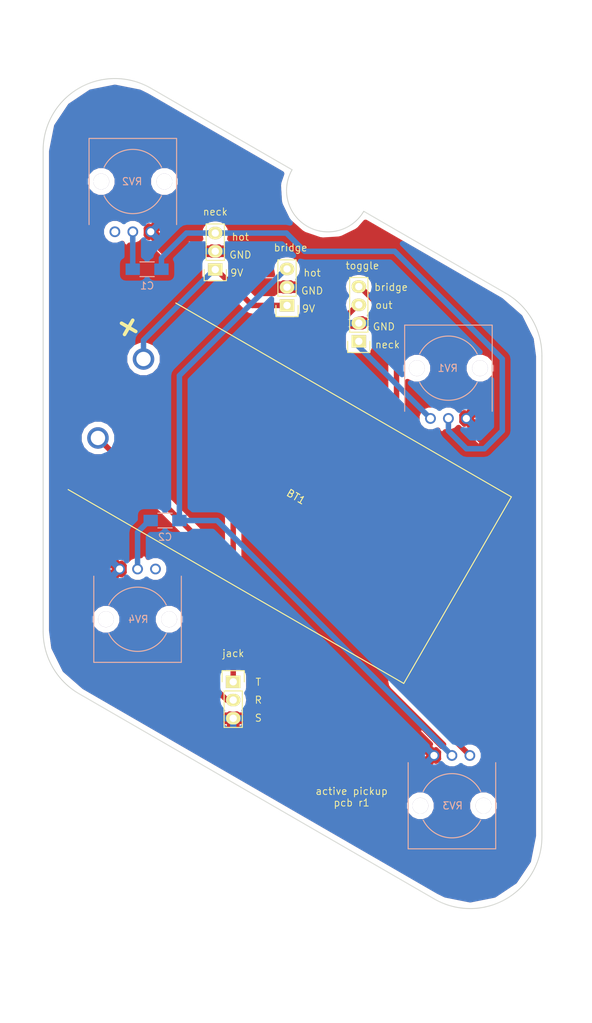
<source format=kicad_pcb>
(kicad_pcb (version 4) (host pcbnew "(2015-12-01 BZR 82, Git 6f5a49b)-brewed_product")

  (general
    (links 19)
    (no_connects 0)
    (area 72.5 27.5 155.000001 170.000001)
    (thickness 1.6)
    (drawings 36)
    (tracks 53)
    (zones 0)
    (modules 11)
    (nets 13)
  )

  (page A4)
  (layers
    (0 F.Cu signal)
    (31 B.Cu signal)
    (32 B.Adhes user)
    (33 F.Adhes user)
    (34 B.Paste user)
    (35 F.Paste user)
    (36 B.SilkS user)
    (37 F.SilkS user)
    (38 B.Mask user)
    (39 F.Mask user)
    (40 Dwgs.User user)
    (41 Cmts.User user)
    (42 Eco1.User user)
    (43 Eco2.User user)
    (44 Edge.Cuts user)
    (45 Margin user)
    (46 B.CrtYd user)
    (47 F.CrtYd user)
    (48 B.Fab user)
    (49 F.Fab user)
  )

  (setup
    (last_trace_width 0.762)
    (user_trace_width 0.1524)
    (user_trace_width 0.2)
    (user_trace_width 0.25)
    (user_trace_width 0.3)
    (user_trace_width 0.4)
    (user_trace_width 0.5)
    (user_trace_width 0.6)
    (user_trace_width 0.8)
    (trace_clearance 0.508)
    (zone_clearance 0.1524)
    (zone_45_only yes)
    (trace_min 0.1524)
    (segment_width 0.127)
    (edge_width 0.127)
    (via_size 0.6096)
    (via_drill 0.3302)
    (via_min_size 0.6096)
    (via_min_drill 0.3302)
    (uvia_size 0.6096)
    (uvia_drill 0.3302)
    (uvias_allowed no)
    (uvia_min_size 0.6096)
    (uvia_min_drill 0.3302)
    (pcb_text_width 0.127)
    (pcb_text_size 0.6 0.6)
    (mod_edge_width 0.127)
    (mod_text_size 0.6 0.6)
    (mod_text_width 0.127)
    (pad_size 1.524 1.524)
    (pad_drill 0.762)
    (pad_to_mask_clearance 0.05)
    (pad_to_paste_clearance -0.04)
    (aux_axis_origin 0 0)
    (visible_elements FFFFFF7F)
    (pcbplotparams
      (layerselection 0x010e0_80000001)
      (usegerberextensions true)
      (usegerberattributes true)
      (excludeedgelayer true)
      (linewidth 0.127000)
      (plotframeref false)
      (viasonmask false)
      (mode 1)
      (useauxorigin false)
      (hpglpennumber 1)
      (hpglpenspeed 20)
      (hpglpendiameter 15)
      (hpglpenoverlay 2)
      (psnegative false)
      (psa4output false)
      (plotreference true)
      (plotvalue true)
      (plotinvisibletext false)
      (padsonsilk false)
      (subtractmaskfromsilk false)
      (outputformat 1)
      (mirror false)
      (drillshape 0)
      (scaleselection 1)
      (outputdirectory CAM/))
  )

  (net 0 "")
  (net 1 /+9V)
  (net 2 /PGND)
  (net 3 "Net-(C1-Pad1)")
  (net 4 /N_SIGNAL)
  (net 5 "Net-(C2-Pad1)")
  (net 6 /B_SIGNAL)
  (net 7 GND)
  (net 8 /SIGNAL_OUT)
  (net 9 "Net-(RV1-Pad3)")
  (net 10 "Net-(RV2-Pad3)")
  (net 11 "Net-(RV3-Pad3)")
  (net 12 "Net-(RV4-Pad3)")

  (net_class Default "This is the standaard class."
    (clearance 0.508)
    (trace_width 0.762)
    (via_dia 0.6096)
    (via_drill 0.3302)
    (uvia_dia 0.6096)
    (uvia_drill 0.3302)
    (add_net /+9V)
    (add_net /B_SIGNAL)
    (add_net /N_SIGNAL)
    (add_net /PGND)
    (add_net /SIGNAL_OUT)
    (add_net GND)
    (add_net "Net-(C1-Pad1)")
    (add_net "Net-(C2-Pad1)")
    (add_net "Net-(RV1-Pad3)")
    (add_net "Net-(RV2-Pad3)")
    (add_net "Net-(RV3-Pad3)")
    (add_net "Net-(RV4-Pad3)")
  )

  (module august:9V-1294 (layer F.Cu) (tedit 56726E45) (tstamp 56727C72)
    (at 92.5 77.5 330)
    (path /566FE194)
    (fp_text reference BT1 (at 28 6 330) (layer F.SilkS)
      (effects (font (size 1 1) (thickness 0.15)))
    )
    (fp_text value 9V (at 27 8 330) (layer F.Fab) hide
      (effects (font (size 1 1) (thickness 0.15)))
    )
    (fp_text user + (at -4 -3 330) (layer F.SilkS)
      (effects (font (size 3 3) (thickness 0.5)))
    )
    (fp_line (start 0 -9) (end 54 -9) (layer F.SilkS) (width 0.15))
    (fp_line (start 54 -9) (end 54 21) (layer F.SilkS) (width 0.15))
    (fp_line (start 0 21) (end 54 21) (layer F.SilkS) (width 0.15))
    (pad 1 thru_hole circle (at 0 0 330) (size 3 3) (drill 2) (layers *.Cu *.Mask)
      (net 1 /+9V))
    (pad 2 thru_hole circle (at 0 12.7 330) (size 3 3) (drill 2) (layers *.Cu *.Mask)
      (net 2 /PGND))
  )

  (module Capacitors_SMD:C_1206_HandSoldering (layer B.Cu) (tedit 541A9C03) (tstamp 56727C78)
    (at 93 65)
    (descr "Capacitor SMD 1206, hand soldering")
    (tags "capacitor 1206")
    (path /5670949A)
    (attr smd)
    (fp_text reference C1 (at 0 2.3) (layer B.SilkS)
      (effects (font (size 1 1) (thickness 0.15)) (justify mirror))
    )
    (fp_text value 0.1uF (at 0 -2.3) (layer B.Fab)
      (effects (font (size 1 1) (thickness 0.15)) (justify mirror))
    )
    (fp_line (start -3.3 1.15) (end 3.3 1.15) (layer B.CrtYd) (width 0.05))
    (fp_line (start -3.3 -1.15) (end 3.3 -1.15) (layer B.CrtYd) (width 0.05))
    (fp_line (start -3.3 1.15) (end -3.3 -1.15) (layer B.CrtYd) (width 0.05))
    (fp_line (start 3.3 1.15) (end 3.3 -1.15) (layer B.CrtYd) (width 0.05))
    (fp_line (start 1 1.025) (end -1 1.025) (layer B.SilkS) (width 0.15))
    (fp_line (start -1 -1.025) (end 1 -1.025) (layer B.SilkS) (width 0.15))
    (pad 1 smd rect (at -2 0) (size 2 1.6) (layers B.Cu B.Paste B.Mask)
      (net 3 "Net-(C1-Pad1)"))
    (pad 2 smd rect (at 2 0) (size 2 1.6) (layers B.Cu B.Paste B.Mask)
      (net 4 /N_SIGNAL))
    (model Capacitors_SMD.3dshapes/C_1206_HandSoldering.wrl
      (at (xyz 0 0 0))
      (scale (xyz 1 1 1))
      (rotate (xyz 0 0 0))
    )
  )

  (module Capacitors_SMD:C_1206_HandSoldering (layer B.Cu) (tedit 541A9C03) (tstamp 56727C7E)
    (at 95.5 100)
    (descr "Capacitor SMD 1206, hand soldering")
    (tags "capacitor 1206")
    (path /56709750)
    (attr smd)
    (fp_text reference C2 (at 0 2.3) (layer B.SilkS)
      (effects (font (size 1 1) (thickness 0.15)) (justify mirror))
    )
    (fp_text value 0.1uF (at 0 -2.3) (layer B.Fab)
      (effects (font (size 1 1) (thickness 0.15)) (justify mirror))
    )
    (fp_line (start -3.3 1.15) (end 3.3 1.15) (layer B.CrtYd) (width 0.05))
    (fp_line (start -3.3 -1.15) (end 3.3 -1.15) (layer B.CrtYd) (width 0.05))
    (fp_line (start -3.3 1.15) (end -3.3 -1.15) (layer B.CrtYd) (width 0.05))
    (fp_line (start 3.3 1.15) (end 3.3 -1.15) (layer B.CrtYd) (width 0.05))
    (fp_line (start 1 1.025) (end -1 1.025) (layer B.SilkS) (width 0.15))
    (fp_line (start -1 -1.025) (end 1 -1.025) (layer B.SilkS) (width 0.15))
    (pad 1 smd rect (at -2 0) (size 2 1.6) (layers B.Cu B.Paste B.Mask)
      (net 5 "Net-(C2-Pad1)"))
    (pad 2 smd rect (at 2 0) (size 2 1.6) (layers B.Cu B.Paste B.Mask)
      (net 6 /B_SIGNAL))
    (model Capacitors_SMD.3dshapes/C_1206_HandSoldering.wrl
      (at (xyz 0 0 0))
      (scale (xyz 1 1 1))
      (rotate (xyz 0 0 0))
    )
  )

  (module Pin_Headers:Pin_Header_Straight_1x03 (layer F.Cu) (tedit 56728B0C) (tstamp 56727C85)
    (at 102.5 65.04 180)
    (descr "Through hole pin header")
    (tags "pin header")
    (path /566FDD96)
    (fp_text reference P1 (at 0 -2.96 180) (layer F.SilkS) hide
      (effects (font (size 1 1) (thickness 0.15)))
    )
    (fp_text value "Neck Pickup" (at 0 -3.1 180) (layer F.Fab) hide
      (effects (font (size 1 1) (thickness 0.15)))
    )
    (fp_line (start -1.75 -1.75) (end -1.75 6.85) (layer F.CrtYd) (width 0.05))
    (fp_line (start 1.75 -1.75) (end 1.75 6.85) (layer F.CrtYd) (width 0.05))
    (fp_line (start -1.75 -1.75) (end 1.75 -1.75) (layer F.CrtYd) (width 0.05))
    (fp_line (start -1.75 6.85) (end 1.75 6.85) (layer F.CrtYd) (width 0.05))
    (fp_line (start -1.27 1.27) (end -1.27 6.35) (layer F.SilkS) (width 0.15))
    (fp_line (start -1.27 6.35) (end 1.27 6.35) (layer F.SilkS) (width 0.15))
    (fp_line (start 1.27 6.35) (end 1.27 1.27) (layer F.SilkS) (width 0.15))
    (fp_line (start 1.55 -1.55) (end 1.55 0) (layer F.SilkS) (width 0.15))
    (fp_line (start 1.27 1.27) (end -1.27 1.27) (layer F.SilkS) (width 0.15))
    (fp_line (start -1.55 0) (end -1.55 -1.55) (layer F.SilkS) (width 0.15))
    (fp_line (start -1.55 -1.55) (end 1.55 -1.55) (layer F.SilkS) (width 0.15))
    (pad 1 thru_hole rect (at 0 0 180) (size 2.032 1.7272) (drill 1.016) (layers *.Cu *.Mask F.SilkS)
      (net 1 /+9V))
    (pad 2 thru_hole oval (at 0 2.54 180) (size 2.032 1.7272) (drill 1.016) (layers *.Cu *.Mask F.SilkS)
      (net 7 GND))
    (pad 3 thru_hole oval (at 0 5.08 180) (size 2.032 1.7272) (drill 1.016) (layers *.Cu *.Mask F.SilkS)
      (net 4 /N_SIGNAL))
    (model Pin_Headers.3dshapes/Pin_Header_Straight_1x03.wrl
      (at (xyz 0 -0.1 0))
      (scale (xyz 1 1 1))
      (rotate (xyz 0 0 90))
    )
  )

  (module Pin_Headers:Pin_Header_Straight_1x03 (layer F.Cu) (tedit 56728B09) (tstamp 56727C8C)
    (at 112.5 70.04 180)
    (descr "Through hole pin header")
    (tags "pin header")
    (path /566FDDFC)
    (fp_text reference P2 (at 0 -2.96 180) (layer F.SilkS) hide
      (effects (font (size 1 1) (thickness 0.15)))
    )
    (fp_text value "Bridge Pickup" (at 0 -3.1 180) (layer F.Fab) hide
      (effects (font (size 1 1) (thickness 0.15)))
    )
    (fp_line (start -1.75 -1.75) (end -1.75 6.85) (layer F.CrtYd) (width 0.05))
    (fp_line (start 1.75 -1.75) (end 1.75 6.85) (layer F.CrtYd) (width 0.05))
    (fp_line (start -1.75 -1.75) (end 1.75 -1.75) (layer F.CrtYd) (width 0.05))
    (fp_line (start -1.75 6.85) (end 1.75 6.85) (layer F.CrtYd) (width 0.05))
    (fp_line (start -1.27 1.27) (end -1.27 6.35) (layer F.SilkS) (width 0.15))
    (fp_line (start -1.27 6.35) (end 1.27 6.35) (layer F.SilkS) (width 0.15))
    (fp_line (start 1.27 6.35) (end 1.27 1.27) (layer F.SilkS) (width 0.15))
    (fp_line (start 1.55 -1.55) (end 1.55 0) (layer F.SilkS) (width 0.15))
    (fp_line (start 1.27 1.27) (end -1.27 1.27) (layer F.SilkS) (width 0.15))
    (fp_line (start -1.55 0) (end -1.55 -1.55) (layer F.SilkS) (width 0.15))
    (fp_line (start -1.55 -1.55) (end 1.55 -1.55) (layer F.SilkS) (width 0.15))
    (pad 1 thru_hole rect (at 0 0 180) (size 2.032 1.7272) (drill 1.016) (layers *.Cu *.Mask F.SilkS)
      (net 1 /+9V))
    (pad 2 thru_hole oval (at 0 2.54 180) (size 2.032 1.7272) (drill 1.016) (layers *.Cu *.Mask F.SilkS)
      (net 7 GND))
    (pad 3 thru_hole oval (at 0 5.08 180) (size 2.032 1.7272) (drill 1.016) (layers *.Cu *.Mask F.SilkS)
      (net 6 /B_SIGNAL))
    (model Pin_Headers.3dshapes/Pin_Header_Straight_1x03.wrl
      (at (xyz 0 -0.1 0))
      (scale (xyz 1 1 1))
      (rotate (xyz 0 0 90))
    )
  )

  (module Pin_Headers:Pin_Header_Straight_1x03 (layer F.Cu) (tedit 56728BC2) (tstamp 56727C93)
    (at 105 122.46)
    (descr "Through hole pin header")
    (tags "pin header")
    (path /566FDEB6)
    (fp_text reference P3 (at 0 -2.96) (layer F.SilkS) hide
      (effects (font (size 1 1) (thickness 0.15)))
    )
    (fp_text value Jack (at 0 -3.1) (layer F.Fab) hide
      (effects (font (size 1 1) (thickness 0.15)))
    )
    (fp_line (start -1.75 -1.75) (end -1.75 6.85) (layer F.CrtYd) (width 0.05))
    (fp_line (start 1.75 -1.75) (end 1.75 6.85) (layer F.CrtYd) (width 0.05))
    (fp_line (start -1.75 -1.75) (end 1.75 -1.75) (layer F.CrtYd) (width 0.05))
    (fp_line (start -1.75 6.85) (end 1.75 6.85) (layer F.CrtYd) (width 0.05))
    (fp_line (start -1.27 1.27) (end -1.27 6.35) (layer F.SilkS) (width 0.15))
    (fp_line (start -1.27 6.35) (end 1.27 6.35) (layer F.SilkS) (width 0.15))
    (fp_line (start 1.27 6.35) (end 1.27 1.27) (layer F.SilkS) (width 0.15))
    (fp_line (start 1.55 -1.55) (end 1.55 0) (layer F.SilkS) (width 0.15))
    (fp_line (start 1.27 1.27) (end -1.27 1.27) (layer F.SilkS) (width 0.15))
    (fp_line (start -1.55 0) (end -1.55 -1.55) (layer F.SilkS) (width 0.15))
    (fp_line (start -1.55 -1.55) (end 1.55 -1.55) (layer F.SilkS) (width 0.15))
    (pad 1 thru_hole rect (at 0 0) (size 2.032 1.7272) (drill 1.016) (layers *.Cu *.Mask F.SilkS)
      (net 8 /SIGNAL_OUT))
    (pad 2 thru_hole oval (at 0 2.54) (size 2.032 1.7272) (drill 1.016) (layers *.Cu *.Mask F.SilkS)
      (net 2 /PGND))
    (pad 3 thru_hole oval (at 0 5.08) (size 2.032 1.7272) (drill 1.016) (layers *.Cu *.Mask F.SilkS)
      (net 7 GND))
    (model Pin_Headers.3dshapes/Pin_Header_Straight_1x03.wrl
      (at (xyz 0 -0.1 0))
      (scale (xyz 1 1 1))
      (rotate (xyz 0 0 90))
    )
  )

  (module august:Bourns-PVT09 (layer B.Cu) (tedit 56727485) (tstamp 56727CA3)
    (at 137.49 85.78 180)
    (path /566FDD78)
    (fp_text reference RV1 (at 2.6 7 180) (layer B.SilkS)
      (effects (font (size 1 1) (thickness 0.15)) (justify mirror))
    )
    (fp_text value 20k (at 2.6 10.5 180) (layer B.Fab) hide
      (effects (font (size 1 1) (thickness 0.15)) (justify mirror))
    )
    (fp_line (start 8.6 13) (end -3.6 13) (layer B.SilkS) (width 0.15))
    (fp_line (start 8.6 7) (end 8.6 13) (layer B.SilkS) (width 0.15))
    (fp_line (start 8.6 7) (end 8.6 1) (layer B.SilkS) (width 0.15))
    (fp_arc (start 2.5 7) (end 6.5 5) (angle -126.8698976) (layer B.SilkS) (width 0.15))
    (fp_arc (start 2.5 7) (end -1.5 9) (angle -126.8698976) (layer B.SilkS) (width 0.15))
    (fp_line (start -3.6 7) (end -3.6 13) (layer B.SilkS) (width 0.15))
    (fp_line (start -3.6 7) (end -3.6 1) (layer B.SilkS) (width 0.15))
    (pad 1 thru_hole circle (at 0 0 180) (size 1.5 1.5) (drill 1) (layers *.Cu *.Mask)
      (net 7 GND))
    (pad 2 thru_hole circle (at 2.5 0 180) (size 1.5 1.5) (drill 1) (layers *.Cu *.Mask)
      (net 4 /N_SIGNAL))
    (pad 3 thru_hole circle (at 5 0 180) (size 1.5 1.5) (drill 1) (layers *.Cu *.Mask)
      (net 9 "Net-(RV1-Pad3)"))
    (pad "" thru_hole circle (at -1.9 7 180) (size 2.2 2.2) (drill 2.2) (layers *.Cu *.Mask))
    (pad "" thru_hole circle (at 6.9 7 180) (size 2.2 2.2) (drill 2.2) (layers *.Cu *.Mask))
  )

  (module august:Bourns-PVT09 (layer B.Cu) (tedit 56727485) (tstamp 56727CB3)
    (at 93.51 59.78 180)
    (path /56729B8F)
    (fp_text reference RV2 (at 2.6 7 180) (layer B.SilkS)
      (effects (font (size 1 1) (thickness 0.15)) (justify mirror))
    )
    (fp_text value 20k (at 2.6 10.5 180) (layer B.Fab) hide
      (effects (font (size 1 1) (thickness 0.15)) (justify mirror))
    )
    (fp_line (start 8.6 13) (end -3.6 13) (layer B.SilkS) (width 0.15))
    (fp_line (start 8.6 7) (end 8.6 13) (layer B.SilkS) (width 0.15))
    (fp_line (start 8.6 7) (end 8.6 1) (layer B.SilkS) (width 0.15))
    (fp_arc (start 2.5 7) (end 6.5 5) (angle -126.8698976) (layer B.SilkS) (width 0.15))
    (fp_arc (start 2.5 7) (end -1.5 9) (angle -126.8698976) (layer B.SilkS) (width 0.15))
    (fp_line (start -3.6 7) (end -3.6 13) (layer B.SilkS) (width 0.15))
    (fp_line (start -3.6 7) (end -3.6 1) (layer B.SilkS) (width 0.15))
    (pad 1 thru_hole circle (at 0 0 180) (size 1.5 1.5) (drill 1) (layers *.Cu *.Mask)
      (net 7 GND))
    (pad 2 thru_hole circle (at 2.5 0 180) (size 1.5 1.5) (drill 1) (layers *.Cu *.Mask)
      (net 3 "Net-(C1-Pad1)"))
    (pad 3 thru_hole circle (at 5 0 180) (size 1.5 1.5) (drill 1) (layers *.Cu *.Mask)
      (net 10 "Net-(RV2-Pad3)"))
    (pad "" thru_hole circle (at -1.9 7 180) (size 2.2 2.2) (drill 2.2) (layers *.Cu *.Mask))
    (pad "" thru_hole circle (at 6.9 7 180) (size 2.2 2.2) (drill 2.2) (layers *.Cu *.Mask))
  )

  (module august:Bourns-PVT09 (layer B.Cu) (tedit 56727485) (tstamp 56727CC3)
    (at 132.98 132.72)
    (path /56729BEC)
    (fp_text reference RV3 (at 2.6 7) (layer B.SilkS)
      (effects (font (size 1 1) (thickness 0.15)) (justify mirror))
    )
    (fp_text value 20k (at 2.6 10.5) (layer B.Fab) hide
      (effects (font (size 1 1) (thickness 0.15)) (justify mirror))
    )
    (fp_line (start 8.6 13) (end -3.6 13) (layer B.SilkS) (width 0.15))
    (fp_line (start 8.6 7) (end 8.6 13) (layer B.SilkS) (width 0.15))
    (fp_line (start 8.6 7) (end 8.6 1) (layer B.SilkS) (width 0.15))
    (fp_arc (start 2.5 7) (end 6.5 5) (angle -126.8698976) (layer B.SilkS) (width 0.15))
    (fp_arc (start 2.5 7) (end -1.5 9) (angle -126.8698976) (layer B.SilkS) (width 0.15))
    (fp_line (start -3.6 7) (end -3.6 13) (layer B.SilkS) (width 0.15))
    (fp_line (start -3.6 7) (end -3.6 1) (layer B.SilkS) (width 0.15))
    (pad 1 thru_hole circle (at 0 0) (size 1.5 1.5) (drill 1) (layers *.Cu *.Mask)
      (net 7 GND))
    (pad 2 thru_hole circle (at 2.5 0) (size 1.5 1.5) (drill 1) (layers *.Cu *.Mask)
      (net 6 /B_SIGNAL))
    (pad 3 thru_hole circle (at 5 0) (size 1.5 1.5) (drill 1) (layers *.Cu *.Mask)
      (net 11 "Net-(RV3-Pad3)"))
    (pad "" thru_hole circle (at -1.9 7) (size 2.2 2.2) (drill 2.2) (layers *.Cu *.Mask))
    (pad "" thru_hole circle (at 6.9 7) (size 2.2 2.2) (drill 2.2) (layers *.Cu *.Mask))
  )

  (module august:Bourns-PVT09 (layer B.Cu) (tedit 56727485) (tstamp 56727CD3)
    (at 89.17 106.75)
    (path /56729C5C)
    (fp_text reference RV4 (at 2.6 7) (layer B.SilkS)
      (effects (font (size 1 1) (thickness 0.15)) (justify mirror))
    )
    (fp_text value 20k (at 2.6 10.5) (layer B.Fab) hide
      (effects (font (size 1 1) (thickness 0.15)) (justify mirror))
    )
    (fp_line (start 8.6 13) (end -3.6 13) (layer B.SilkS) (width 0.15))
    (fp_line (start 8.6 7) (end 8.6 13) (layer B.SilkS) (width 0.15))
    (fp_line (start 8.6 7) (end 8.6 1) (layer B.SilkS) (width 0.15))
    (fp_arc (start 2.5 7) (end 6.5 5) (angle -126.8698976) (layer B.SilkS) (width 0.15))
    (fp_arc (start 2.5 7) (end -1.5 9) (angle -126.8698976) (layer B.SilkS) (width 0.15))
    (fp_line (start -3.6 7) (end -3.6 13) (layer B.SilkS) (width 0.15))
    (fp_line (start -3.6 7) (end -3.6 1) (layer B.SilkS) (width 0.15))
    (pad 1 thru_hole circle (at 0 0) (size 1.5 1.5) (drill 1) (layers *.Cu *.Mask)
      (net 7 GND))
    (pad 2 thru_hole circle (at 2.5 0) (size 1.5 1.5) (drill 1) (layers *.Cu *.Mask)
      (net 5 "Net-(C2-Pad1)"))
    (pad 3 thru_hole circle (at 5 0) (size 1.5 1.5) (drill 1) (layers *.Cu *.Mask)
      (net 12 "Net-(RV4-Pad3)"))
    (pad "" thru_hole circle (at -1.9 7) (size 2.2 2.2) (drill 2.2) (layers *.Cu *.Mask))
    (pad "" thru_hole circle (at 6.9 7) (size 2.2 2.2) (drill 2.2) (layers *.Cu *.Mask))
  )

  (module Pin_Headers:Pin_Header_Straight_1x04 (layer F.Cu) (tedit 56728B14) (tstamp 56727CDB)
    (at 122.5 75.04 180)
    (descr "Through hole pin header")
    (tags "pin header")
    (path /56727731)
    (fp_text reference SW1 (at 0 -5.1 180) (layer F.SilkS) hide
      (effects (font (size 1 1) (thickness 0.15)))
    )
    (fp_text value SP3T (at 0 -3.1 180) (layer F.Fab) hide
      (effects (font (size 1 1) (thickness 0.15)))
    )
    (fp_line (start -1.75 -1.75) (end -1.75 9.4) (layer F.CrtYd) (width 0.05))
    (fp_line (start 1.75 -1.75) (end 1.75 9.4) (layer F.CrtYd) (width 0.05))
    (fp_line (start -1.75 -1.75) (end 1.75 -1.75) (layer F.CrtYd) (width 0.05))
    (fp_line (start -1.75 9.4) (end 1.75 9.4) (layer F.CrtYd) (width 0.05))
    (fp_line (start -1.27 1.27) (end -1.27 8.89) (layer F.SilkS) (width 0.15))
    (fp_line (start 1.27 1.27) (end 1.27 8.89) (layer F.SilkS) (width 0.15))
    (fp_line (start 1.55 -1.55) (end 1.55 0) (layer F.SilkS) (width 0.15))
    (fp_line (start -1.27 8.89) (end 1.27 8.89) (layer F.SilkS) (width 0.15))
    (fp_line (start 1.27 1.27) (end -1.27 1.27) (layer F.SilkS) (width 0.15))
    (fp_line (start -1.55 0) (end -1.55 -1.55) (layer F.SilkS) (width 0.15))
    (fp_line (start -1.55 -1.55) (end 1.55 -1.55) (layer F.SilkS) (width 0.15))
    (pad 1 thru_hole rect (at 0 0 180) (size 2.032 1.7272) (drill 1.016) (layers *.Cu *.Mask F.SilkS)
      (net 9 "Net-(RV1-Pad3)"))
    (pad 2 thru_hole oval (at 0 2.54 180) (size 2.032 1.7272) (drill 1.016) (layers *.Cu *.Mask F.SilkS)
      (net 7 GND))
    (pad 3 thru_hole oval (at 0 5.08 180) (size 2.032 1.7272) (drill 1.016) (layers *.Cu *.Mask F.SilkS)
      (net 8 /SIGNAL_OUT))
    (pad 4 thru_hole oval (at 0 7.62 180) (size 2.032 1.7272) (drill 1.016) (layers *.Cu *.Mask F.SilkS)
      (net 11 "Net-(RV3-Pad3)"))
    (model Pin_Headers.3dshapes/Pin_Header_Straight_1x04.wrl
      (at (xyz 0 -0.15 0))
      (scale (xyz 1 1 1))
      (rotate (xyz 0 0 90))
    )
  )

  (gr_text "active pickup\npcb r1" (at 121.5 138.5) (layer F.SilkS)
    (effects (font (size 1 1) (thickness 0.127)))
  )
  (gr_text S (at 108.5 127.5) (layer F.SilkS)
    (effects (font (size 1 1) (thickness 0.127)))
  )
  (gr_text T (at 108.5 122.5) (layer F.SilkS)
    (effects (font (size 1 1) (thickness 0.127)))
  )
  (gr_text R (at 108.5 125) (layer F.SilkS)
    (effects (font (size 1 1) (thickness 0.127)))
  )
  (gr_text jack (at 105 118.5) (layer F.SilkS)
    (effects (font (size 1 1) (thickness 0.127)))
  )
  (gr_text bridge (at 127 67.5) (layer F.SilkS) (tstamp 56728BBF)
    (effects (font (size 1 1) (thickness 0.127)))
  )
  (gr_text neck (at 126.5 75.5) (layer F.SilkS) (tstamp 56728B9E)
    (effects (font (size 1 1) (thickness 0.127)))
  )
  (gr_text out (at 126 70) (layer F.SilkS)
    (effects (font (size 1 1) (thickness 0.127)))
  )
  (gr_text GND (at 126 73) (layer F.SilkS) (tstamp 56728B62)
    (effects (font (size 1 1) (thickness 0.127)))
  )
  (gr_text toggle (at 123 64.5) (layer F.SilkS)
    (effects (font (size 1 1) (thickness 0.127)))
  )
  (gr_text bridge (at 113 62) (layer F.SilkS)
    (effects (font (size 1 1) (thickness 0.127)))
  )
  (gr_text hot (at 116 65.5) (layer F.SilkS) (tstamp 56728B0D)
    (effects (font (size 1 1) (thickness 0.127)))
  )
  (gr_text GND (at 116 68) (layer F.SilkS) (tstamp 56728B0A)
    (effects (font (size 1 1) (thickness 0.127)))
  )
  (gr_text 9V (at 115.5 70.5) (layer F.SilkS) (tstamp 56728B07)
    (effects (font (size 1 1) (thickness 0.127)))
  )
  (gr_text neck (at 102.5 57) (layer F.SilkS)
    (effects (font (size 1 1) (thickness 0.127)))
  )
  (gr_text hot (at 106 60.5) (layer F.SilkS)
    (effects (font (size 1 1) (thickness 0.127)))
  )
  (gr_text GND (at 106 63) (layer F.SilkS)
    (effects (font (size 1 1) (thickness 0.127)))
  )
  (gr_text 9V (at 105.5 65.5) (layer F.SilkS)
    (effects (font (size 1 1) (thickness 0.127)))
  )
  (gr_circle (center 91.02 52.78) (end 91.02 57.78) (layer F.Fab) (width 0.127))
  (gr_line (start 91.02 52.78) (end 83.52 39.78) (layer F.Fab) (width 0.127) (tstamp 56728531))
  (gr_circle (center 135.48 139.71) (end 140.48 139.71) (layer F.Fab) (width 0.127))
  (gr_line (start 142.98 152.71) (end 135.48 139.71) (layer F.Fab) (width 0.127))
  (gr_circle (center 91.58 113.73) (end 96.58 113.29) (layer F.Fab) (width 0.127))
  (gr_line (start 79.88 120.49) (end 91.57 113.74) (layer F.Fab) (width 0.127) (tstamp 567282D3))
  (gr_circle (center 134.999991 78.75) (end 135.009991 83.75) (layer F.Fab) (width 0.127))
  (gr_line (start 134.98 78.77) (end 146.67 72.02) (layer F.Fab) (width 0.127))
  (gr_line (start 123.19 56.93) (end 143.01 68.36) (layer Edge.Cuts) (width 0.127))
  (gr_line (start 113.2 51.14) (end 93.53 39.79) (layer Edge.Cuts) (width 0.127))
  (gr_arc (start 118.2 54.03) (end 123.19 56.93) (angle 179.9429864) (layer Edge.Cuts) (width 0.127))
  (gr_line (start 83.53 124.13) (end 132.98 152.68) (layer Edge.Cuts) (width 0.127) (tstamp 56727BB5))
  (gr_line (start 148.020535 77.043825) (end 148.020535 143.972825) (layer Edge.Cuts) (width 0.127) (tstamp 56727A05))
  (gr_arc (start 137.986094 77.043825) (end 142.986094 68.343825) (angle 60.11347306) (layer Edge.Cuts) (width 0.127) (tstamp 56727A04))
  (gr_arc (start 138.020535 144.043825) (end 148.020535 144.043825) (angle 120.17352) (layer Edge.Cuts) (width 0.127) (tstamp 56727A03))
  (gr_arc (start 88.544441 115.44) (end 83.544441 124.14) (angle 60.11347306) (layer Edge.Cuts) (width 0.127))
  (gr_arc (start 88.51 48.44) (end 78.51 48.44) (angle 120.17352) (layer Edge.Cuts) (width 0.127))
  (gr_line (start 78.51 115.44) (end 78.51 48.511) (layer Edge.Cuts) (width 0.127))

  (segment (start 126 74) (end 126 74.5) (width 0.762) (layer F.Cu) (net 0))
  (segment (start 126 74.5) (end 125.5 75) (width 0.762) (layer F.Cu) (net 0))
  (segment (start 124.72999 72.973945) (end 124.72999 72.77001) (width 0.762) (layer F.Cu) (net 0))
  (segment (start 124.72999 72.77001) (end 125 72.5) (width 0.762) (layer F.Cu) (net 0))
  (segment (start 125 72.5) (end 125 72.703935) (width 0.762) (layer F.Cu) (net 0))
  (segment (start 125 72.703935) (end 124.72999 72.973945) (width 0.762) (layer F.Cu) (net 0))
  (segment (start 124.72999 72.973945) (end 124.72999 74.526055) (width 0.762) (layer F.Cu) (net 0))
  (segment (start 126 74) (end 126 73.5) (width 0.762) (layer F.Cu) (net 0))
  (segment (start 92.5 77.5) (end 92.5 74.8876) (width 0.762) (layer B.Cu) (net 1))
  (segment (start 92.5 74.8876) (end 102.3476 65.04) (width 0.762) (layer B.Cu) (net 1))
  (segment (start 102.3476 65.04) (end 102.5 65.04) (width 0.762) (layer B.Cu) (net 1))
  (segment (start 102.5 65.04) (end 102.6524 65.04) (width 0.762) (layer F.Cu) (net 1))
  (segment (start 102.6524 65.04) (end 107.6524 70.04) (width 0.762) (layer F.Cu) (net 1))
  (segment (start 107.6524 70.04) (end 110.722 70.04) (width 0.762) (layer F.Cu) (net 1))
  (segment (start 110.722 70.04) (end 112.5 70.04) (width 0.762) (layer F.Cu) (net 1))
  (segment (start 102.5 123.396336) (end 102.5 104.848523) (width 0.762) (layer F.Cu) (net 2))
  (segment (start 102.5 104.848523) (end 86.15 88.498523) (width 0.762) (layer F.Cu) (net 2))
  (segment (start 105 125) (end 104.103664 125) (width 0.762) (layer F.Cu) (net 2))
  (segment (start 104.103664 125) (end 102.5 123.396336) (width 0.762) (layer F.Cu) (net 2))
  (segment (start 91 65) (end 91 59.79) (width 0.762) (layer B.Cu) (net 3))
  (segment (start 91 59.79) (end 91.01 59.78) (width 0.762) (layer B.Cu) (net 3))
  (segment (start 134.99 85.78) (end 134.99 87.49) (width 0.762) (layer B.Cu) (net 4))
  (segment (start 134.99 87.49) (end 137.5 90) (width 0.762) (layer B.Cu) (net 4))
  (segment (start 137.5 90) (end 140 90) (width 0.762) (layer B.Cu) (net 4))
  (segment (start 140 90) (end 142.5 87.5) (width 0.762) (layer B.Cu) (net 4))
  (segment (start 142.5 87.5) (end 142.5 77.5) (width 0.762) (layer B.Cu) (net 4))
  (segment (start 142.5 77.5) (end 127.5 62.5) (width 0.762) (layer B.Cu) (net 4))
  (segment (start 127.5 62.5) (end 114.949036 62.5) (width 0.762) (layer B.Cu) (net 4))
  (segment (start 112.409036 59.96) (end 102.5 59.96) (width 0.762) (layer B.Cu) (net 4))
  (segment (start 114.949036 62.5) (end 112.409036 59.96) (width 0.762) (layer B.Cu) (net 4))
  (segment (start 102.5 59.96) (end 98.478 59.96) (width 0.762) (layer B.Cu) (net 4))
  (segment (start 98.478 59.96) (end 95 63.438) (width 0.762) (layer B.Cu) (net 4))
  (segment (start 95 63.438) (end 95 65) (width 0.762) (layer B.Cu) (net 4))
  (segment (start 91.67 106.75) (end 91.67 101.63) (width 0.762) (layer B.Cu) (net 5))
  (segment (start 91.67 101.63) (end 93.3 100) (width 0.762) (layer B.Cu) (net 5))
  (segment (start 93.3 100) (end 93.5 100) (width 0.762) (layer B.Cu) (net 5))
  (segment (start 97.5 100) (end 102.76 100) (width 0.762) (layer B.Cu) (net 6))
  (segment (start 102.76 100) (end 135.48 132.72) (width 0.762) (layer B.Cu) (net 6))
  (segment (start 112.5 64.96) (end 112.3476 64.96) (width 0.762) (layer B.Cu) (net 6))
  (segment (start 112.3476 64.96) (end 97.5 79.8076) (width 0.762) (layer B.Cu) (net 6))
  (segment (start 97.5 79.8076) (end 97.5 98.438) (width 0.762) (layer B.Cu) (net 6))
  (segment (start 97.5 98.438) (end 97.5 100) (width 0.762) (layer B.Cu) (net 6))
  (segment (start 105 127.54) (end 104.8476 127.54) (width 0.762) (layer F.Cu) (net 7))
  (segment (start 112.3476 67.5) (end 112.5 67.5) (width 0.762) (layer F.Cu) (net 7))
  (segment (start 105 122.46) (end 105 87.3076) (width 0.762) (layer F.Cu) (net 8))
  (segment (start 105 87.3076) (end 122.3476 69.96) (width 0.762) (layer F.Cu) (net 8))
  (segment (start 122.3476 69.96) (end 122.5 69.96) (width 0.762) (layer F.Cu) (net 8))
  (segment (start 132.49 85.78) (end 122.5 75.79) (width 0.762) (layer B.Cu) (net 9))
  (segment (start 122.5 75.79) (end 122.5 75.04) (width 0.762) (layer B.Cu) (net 9))
  (segment (start 127.76 122.5) (end 127.76 72.5276) (width 0.762) (layer F.Cu) (net 11))
  (segment (start 127.76 72.5276) (end 122.6524 67.42) (width 0.762) (layer F.Cu) (net 11))
  (segment (start 122.6524 67.42) (end 122.5 67.42) (width 0.762) (layer F.Cu) (net 11))
  (segment (start 137.98 132.72) (end 127.76 122.5) (width 0.762) (layer F.Cu) (net 11))

  (zone (net 7) (net_name GND) (layer F.Cu) (tstamp 0) (hatch edge 0.508)
    (connect_pads (clearance 0.762))
    (min_thickness 0.762)
    (fill yes (arc_segments 16) (thermal_gap 0.508) (thermal_bridge_width 8.89))
    (polygon
      (pts
        (xy 75 27.5) (xy 155 72.5) (xy 155 165) (xy 155 170) (xy 72.5 122.5)
      )
    )
    (filled_polygon
      (pts
        (xy 91.944758 40.353353) (xy 92.982929 40.867277) (xy 111.741618 51.69143) (xy 111.338701 52.86926) (xy 111.338699 52.869263)
        (xy 111.338699 52.869266) (xy 111.338505 52.869832) (xy 111.307253 53.102961) (xy 111.275922 53.335812) (xy 111.275959 53.336408)
        (xy 111.275959 53.336411) (xy 111.27596 53.336414) (xy 111.41679 55.58332) (xy 111.416789 55.583325) (xy 111.537331 56.038384)
        (xy 112.527562 58.060906) (xy 112.527563 58.060908) (xy 112.564219 58.108962) (xy 112.813072 58.435198) (xy 112.813075 58.4352)
        (xy 114.501911 59.924818) (xy 114.501913 59.924821) (xy 114.908924 60.16136) (xy 117.039262 60.8913) (xy 117.039263 60.891301)
        (xy 117.094596 60.898746) (xy 117.505812 60.954079) (xy 117.505817 60.954078) (xy 119.75332 60.81321) (xy 119.753325 60.813211)
        (xy 120.208384 60.692669) (xy 122.230906 59.702438) (xy 122.230908 59.702437) (xy 122.465275 59.523661) (xy 122.605198 59.416928)
        (xy 122.6052 59.416925) (xy 123.442081 58.468121) (xy 142.289252 69.3371) (xy 144.96039 71.670281) (xy 146.503711 74.784265)
        (xy 146.814035 77.123505) (xy 146.814035 143.924998) (xy 146.122832 147.399905) (xy 144.221765 150.245055) (xy 141.376616 152.146122)
        (xy 138.020535 152.813689) (xy 134.585777 152.130472) (xy 133.571731 151.628491) (xy 113.715024 140.164203) (xy 128.836611 140.164203)
        (xy 129.177368 140.988898) (xy 129.807784 141.620414) (xy 130.631882 141.96261) (xy 131.524203 141.963389) (xy 132.348898 141.622632)
        (xy 132.980414 140.992216) (xy 133.32261 140.168118) (xy 133.322613 140.164203) (xy 137.636611 140.164203) (xy 137.977368 140.988898)
        (xy 138.607784 141.620414) (xy 139.431882 141.96261) (xy 140.324203 141.963389) (xy 141.148898 141.622632) (xy 141.780414 140.992216)
        (xy 142.12261 140.168118) (xy 142.123389 139.275797) (xy 141.782632 138.451102) (xy 141.152216 137.819586) (xy 140.328118 137.47739)
        (xy 139.435797 137.476611) (xy 138.611102 137.817368) (xy 137.979586 138.447784) (xy 137.63739 139.271882) (xy 137.636611 140.164203)
        (xy 133.322613 140.164203) (xy 133.323389 139.275797) (xy 132.982632 138.451102) (xy 132.352216 137.819586) (xy 131.528118 137.47739)
        (xy 130.635797 137.476611) (xy 129.811102 137.817368) (xy 129.179586 138.447784) (xy 128.83739 139.271882) (xy 128.836611 140.164203)
        (xy 113.715024 140.164203) (xy 100.79441 132.704475) (xy 131.308962 132.704475) (xy 131.430221 133.345135) (xy 131.442104 133.373822)
        (xy 131.725247 133.444423) (xy 132.44967 132.72) (xy 131.725247 131.995577) (xy 131.442104 132.066178) (xy 131.308962 132.704475)
        (xy 100.79441 132.704475) (xy 93.048208 128.232199) (xy 103.237486 128.232199) (xy 103.263007 128.251729) (xy 103.655994 128.803949)
        (xy 104.230392 129.163744) (xy 104.492 129.018056) (xy 104.492 127.9718) (xy 105.508 127.9718) (xy 105.508 129.018056)
        (xy 105.769608 129.163744) (xy 106.344006 128.803949) (xy 106.736993 128.251729) (xy 106.762514 128.232199) (xy 106.620569 127.9718)
        (xy 105.508 127.9718) (xy 104.492 127.9718) (xy 103.379431 127.9718) (xy 103.237486 128.232199) (xy 93.048208 128.232199)
        (xy 84.243944 123.14905) (xy 81.570144 120.813542) (xy 80.026824 117.69956) (xy 79.7165 115.36032) (xy 79.7165 114.194203)
        (xy 85.026611 114.194203) (xy 85.367368 115.018898) (xy 85.997784 115.650414) (xy 86.821882 115.99261) (xy 87.714203 115.993389)
        (xy 88.538898 115.652632) (xy 89.170414 115.022216) (xy 89.51261 114.198118) (xy 89.512613 114.194203) (xy 93.826611 114.194203)
        (xy 94.167368 115.018898) (xy 94.797784 115.650414) (xy 95.621882 115.99261) (xy 96.514203 115.993389) (xy 97.338898 115.652632)
        (xy 97.970414 115.022216) (xy 98.31261 114.198118) (xy 98.313389 113.305797) (xy 97.972632 112.481102) (xy 97.342216 111.849586)
        (xy 96.518118 111.50739) (xy 95.625797 111.506611) (xy 94.801102 111.847368) (xy 94.169586 112.477784) (xy 93.82739 113.301882)
        (xy 93.826611 114.194203) (xy 89.512613 114.194203) (xy 89.513389 113.305797) (xy 89.172632 112.481102) (xy 88.542216 111.849586)
        (xy 87.718118 111.50739) (xy 86.825797 111.506611) (xy 86.001102 111.847368) (xy 85.369586 112.477784) (xy 85.02739 113.301882)
        (xy 85.026611 114.194203) (xy 79.7165 114.194203) (xy 79.7165 106.734475) (xy 87.498962 106.734475) (xy 87.620221 107.375135)
        (xy 87.632104 107.403822) (xy 87.915247 107.474423) (xy 88.63967 106.75) (xy 87.915247 106.025577) (xy 87.632104 106.096178)
        (xy 87.498962 106.734475) (xy 79.7165 106.734475) (xy 79.7165 103.345987) (xy 86.826647 103.345987) (xy 88.659234 105.178574)
        (xy 88.544865 105.200221) (xy 88.516178 105.212104) (xy 88.445577 105.495247) (xy 89.17 106.21967) (xy 89.435165 105.954505)
        (xy 89.799375 106.318715) (xy 89.777329 106.371807) (xy 89.777066 106.673264) (xy 89.70033 106.75) (xy 89.776932 106.826602)
        (xy 89.776672 107.124889) (xy 89.799799 107.180861) (xy 89.435165 107.545495) (xy 89.17 107.28033) (xy 88.445577 108.004753)
        (xy 88.516178 108.287896) (xy 88.662287 108.318373) (xy 86.826647 110.154013) (xy 87.472692 110.800059) (xy 90.257887 108.014865)
        (xy 90.596302 108.353871) (xy 91.291807 108.642671) (xy 92.044889 108.643328) (xy 92.100861 108.620201) (xy 92.574013 109.093353)
        (xy 93.220059 108.447308) (xy 93.148152 108.375401) (xy 93.791807 108.642671) (xy 94.544889 108.643328) (xy 95.240897 108.355743)
        (xy 95.773871 107.823698) (xy 96.062671 107.128193) (xy 96.063328 106.375111) (xy 95.775743 105.679103) (xy 95.243698 105.146129)
        (xy 94.548193 104.857329) (xy 93.795111 104.856672) (xy 93.149189 105.123562) (xy 93.220059 105.052692) (xy 92.574013 104.406647)
        (xy 92.101285 104.879375) (xy 92.048193 104.857329) (xy 91.295111 104.856672) (xy 90.599103 105.144257) (xy 90.257758 105.485007)
        (xy 87.472692 102.699941) (xy 86.826647 103.345987) (xy 79.7165 103.345987) (xy 79.7165 89.021942) (xy 83.506543 89.021942)
        (xy 83.908068 89.993706) (xy 84.650906 90.737842) (xy 85.621968 91.141063) (xy 86.638164 91.141949) (xy 100.976 105.479785)
        (xy 100.976 123.396336) (xy 101.092008 123.979546) (xy 101.144902 124.058707) (xy 101.422369 124.473967) (xy 102.735803 125.7874)
        (xy 100.935998 125.7874) (xy 100.935998 126.6764) (xy 103.371086 126.6764) (xy 103.263007 126.828271) (xy 103.237486 126.847801)
        (xy 103.379431 127.1082) (xy 104.492 127.1082) (xy 104.492 126.94428) (xy 104.805303 127.0066) (xy 105.194697 127.0066)
        (xy 105.508 126.94428) (xy 105.508 127.1082) (xy 106.620569 127.1082) (xy 106.762514 126.847801) (xy 106.736993 126.828271)
        (xy 106.628914 126.6764) (xy 109.064002 126.6764) (xy 109.064002 125.7874) (xy 107.03552 125.7874) (xy 107.048554 125.767893)
        (xy 107.201297 125) (xy 107.048554 124.232107) (xy 106.915092 124.032368) (xy 107.089576 123.777003) (xy 107.181392 123.3236)
        (xy 107.181392 121.5964) (xy 107.101692 121.17283) (xy 106.851362 120.783806) (xy 106.524 120.560129) (xy 106.524 87.938862)
        (xy 120.210262 74.2526) (xy 120.318608 74.2526) (xy 120.318608 75.9036) (xy 120.398308 76.32717) (xy 120.648638 76.716194)
        (xy 121.030597 76.977176) (xy 121.484 77.068992) (xy 123.516 77.068992) (xy 123.93957 76.989292) (xy 124.328594 76.738962)
        (xy 124.589576 76.357003) (xy 124.619479 76.209335) (xy 124.916791 76.407992) (xy 125.5 76.524) (xy 126.083209 76.407992)
        (xy 126.236 76.305901) (xy 126.236 122.5) (xy 126.352008 123.08321) (xy 126.655642 123.537631) (xy 126.682369 123.577631)
        (xy 134.313966 131.209228) (xy 134.067758 131.455007) (xy 131.282692 128.669941) (xy 130.636647 129.315987) (xy 132.469234 131.148574)
        (xy 132.354865 131.170221) (xy 132.326178 131.182104) (xy 132.255577 131.465247) (xy 132.98 132.18967) (xy 133.245165 131.924505)
        (xy 133.609375 132.288715) (xy 133.587329 132.341807) (xy 133.587066 132.643264) (xy 133.51033 132.72) (xy 133.586932 132.796602)
        (xy 133.586672 133.094889) (xy 133.609799 133.150861) (xy 133.245165 133.515495) (xy 132.98 133.25033) (xy 132.255577 133.974753)
        (xy 132.326178 134.257896) (xy 132.472287 134.288373) (xy 130.636647 136.124013) (xy 131.282692 136.770059) (xy 134.067887 133.984865)
        (xy 134.406302 134.323871) (xy 135.101807 134.612671) (xy 135.854889 134.613328) (xy 135.910861 134.590201) (xy 136.384013 135.063353)
        (xy 137.030059 134.417308) (xy 136.958152 134.345401) (xy 137.601807 134.612671) (xy 138.354889 134.613328) (xy 139.050897 134.325743)
        (xy 139.583871 133.793698) (xy 139.872671 133.098193) (xy 139.873328 132.345111) (xy 139.585743 131.649103) (xy 139.053698 131.116129)
        (xy 138.358193 130.827329) (xy 138.242489 130.827228) (xy 129.284 121.868738) (xy 129.284 86.154889) (xy 130.596672 86.154889)
        (xy 130.884257 86.850897) (xy 131.416302 87.383871) (xy 132.111807 87.672671) (xy 132.864889 87.673328) (xy 133.510811 87.406438)
        (xy 133.439941 87.477308) (xy 134.085987 88.123353) (xy 134.558715 87.650625) (xy 134.611807 87.672671) (xy 135.364889 87.673328)
        (xy 136.060897 87.385743) (xy 136.402242 87.044993) (xy 139.187308 89.830059) (xy 139.833353 89.184013) (xy 138.000766 87.351426)
        (xy 138.115135 87.329779) (xy 138.143822 87.317896) (xy 138.214423 87.034753) (xy 137.49 86.31033) (xy 137.224835 86.575495)
        (xy 136.860625 86.211285) (xy 136.882671 86.158193) (xy 136.882934 85.856736) (xy 136.95967 85.78) (xy 138.02033 85.78)
        (xy 138.744753 86.504423) (xy 139.027896 86.433822) (xy 139.161038 85.795525) (xy 139.039779 85.154865) (xy 139.027896 85.126178)
        (xy 138.744753 85.055577) (xy 138.02033 85.78) (xy 136.95967 85.78) (xy 136.883068 85.703398) (xy 136.883328 85.405111)
        (xy 136.860201 85.349139) (xy 137.224835 84.984505) (xy 137.49 85.24967) (xy 138.214423 84.525247) (xy 138.143822 84.242104)
        (xy 137.997713 84.211627) (xy 139.833353 82.375987) (xy 139.187308 81.729941) (xy 136.402114 84.515136) (xy 136.063698 84.176129)
        (xy 135.368193 83.887329) (xy 134.615111 83.886672) (xy 134.559139 83.909799) (xy 134.085987 83.436647) (xy 133.439941 84.082692)
        (xy 133.511848 84.154599) (xy 132.868193 83.887329) (xy 132.115111 83.886672) (xy 131.419103 84.174257) (xy 130.886129 84.706302)
        (xy 130.597329 85.401807) (xy 130.596672 86.154889) (xy 129.284 86.154889) (xy 129.284 80.646571) (xy 129.317784 80.680414)
        (xy 130.141882 81.02261) (xy 131.034203 81.023389) (xy 131.858898 80.682632) (xy 132.490414 80.052216) (xy 132.83261 79.228118)
        (xy 132.832613 79.224203) (xy 137.146611 79.224203) (xy 137.487368 80.048898) (xy 138.117784 80.680414) (xy 138.941882 81.02261)
        (xy 139.834203 81.023389) (xy 140.658898 80.682632) (xy 141.290414 80.052216) (xy 141.63261 79.228118) (xy 141.633389 78.335797)
        (xy 141.292632 77.511102) (xy 140.662216 76.879586) (xy 139.838118 76.53739) (xy 138.945797 76.536611) (xy 138.121102 76.877368)
        (xy 137.489586 77.507784) (xy 137.14739 78.331882) (xy 137.146611 79.224203) (xy 132.832613 79.224203) (xy 132.833389 78.335797)
        (xy 132.492632 77.511102) (xy 131.862216 76.879586) (xy 131.038118 76.53739) (xy 130.145797 76.536611) (xy 129.321102 76.877368)
        (xy 129.284 76.914405) (xy 129.284 72.5276) (xy 129.167992 71.94439) (xy 128.837631 71.449969) (xy 124.674886 67.287224)
        (xy 124.548554 66.652107) (xy 124.113577 66.00112) (xy 123.46259 65.566143) (xy 122.694697 65.4134) (xy 122.305303 65.4134)
        (xy 121.53741 65.566143) (xy 120.886423 66.00112) (xy 120.451446 66.652107) (xy 120.298703 67.42) (xy 120.451446 68.187893)
        (xy 120.617225 68.435998) (xy 120.595 68.435998) (xy 120.595 68.977264) (xy 120.451446 69.192107) (xy 120.325114 69.827224)
        (xy 119.404938 70.7474) (xy 118.435998 70.7474) (xy 118.435998 71.6364) (xy 118.515938 71.6364) (xy 103.922369 86.229969)
        (xy 103.592008 86.72439) (xy 103.476 87.3076) (xy 103.476 103.669261) (xy 88.792576 88.985837) (xy 88.793457 87.975104)
        (xy 88.391932 87.00334) (xy 87.649094 86.259204) (xy 86.678032 85.855983) (xy 85.626581 85.855066) (xy 84.654817 86.256591)
        (xy 83.910681 86.999429) (xy 83.50746 87.970491) (xy 83.506543 89.021942) (xy 79.7165 89.021942) (xy 79.7165 78.023419)
        (xy 89.856543 78.023419) (xy 90.258068 78.995183) (xy 91.000906 79.739319) (xy 91.971968 80.14254) (xy 93.023419 80.143457)
        (xy 93.995183 79.741932) (xy 94.739319 78.999094) (xy 95.14254 78.028032) (xy 95.143457 76.976581) (xy 94.741932 76.004817)
        (xy 93.999094 75.260681) (xy 93.028032 74.85746) (xy 91.976581 74.856543) (xy 91.004817 75.258068) (xy 90.260681 76.000906)
        (xy 89.85746 76.971968) (xy 89.856543 78.023419) (xy 79.7165 78.023419) (xy 79.7165 60.154889) (xy 86.616672 60.154889)
        (xy 86.904257 60.850897) (xy 87.436302 61.383871) (xy 88.131807 61.672671) (xy 88.884889 61.673328) (xy 89.530811 61.406438)
        (xy 89.459941 61.477308) (xy 90.105987 62.123353) (xy 90.578715 61.650625) (xy 90.631807 61.672671) (xy 91.384889 61.673328)
        (xy 92.080897 61.385743) (xy 92.422242 61.044993) (xy 95.207308 63.830059) (xy 95.673766 63.3636) (xy 98.435998 63.3636)
        (xy 98.435998 64.2526) (xy 100.318608 64.2526) (xy 100.318608 65.9036) (xy 100.398308 66.32717) (xy 100.648638 66.716194)
        (xy 101.030597 66.977176) (xy 101.484 67.068992) (xy 102.52613 67.068992) (xy 106.574769 71.117631) (xy 107.069191 71.447993)
        (xy 107.6524 71.564001) (xy 107.652405 71.564) (xy 110.550704 71.564) (xy 110.648638 71.716194) (xy 111.030597 71.977176)
        (xy 111.484 72.068992) (xy 113.516 72.068992) (xy 113.93957 71.989292) (xy 114.328594 71.738962) (xy 114.589576 71.357003)
        (xy 114.681392 70.9036) (xy 114.681392 69.2526) (xy 116.564002 69.2526) (xy 116.564002 68.3636) (xy 114.351061 68.3636)
        (xy 114.201593 68.261473) (xy 114.236993 68.211729) (xy 114.262514 68.192199) (xy 114.120569 67.9318) (xy 113.008 67.9318)
        (xy 113.008 68.011008) (xy 111.992 68.011008) (xy 111.992 67.9318) (xy 110.879431 67.9318) (xy 110.737486 68.192199)
        (xy 110.763007 68.211729) (xy 110.797354 68.259993) (xy 110.671406 68.341038) (xy 110.65599 68.3636) (xy 108.435998 68.3636)
        (xy 108.435998 68.516) (xy 108.283662 68.516) (xy 105.515062 65.7474) (xy 108.435998 65.7474) (xy 108.435998 66.6364)
        (xy 110.871086 66.6364) (xy 110.763007 66.788271) (xy 110.737486 66.807801) (xy 110.879431 67.0682) (xy 111.992 67.0682)
        (xy 111.992 66.90428) (xy 112.305303 66.9666) (xy 112.694697 66.9666) (xy 113.008 66.90428) (xy 113.008 67.0682)
        (xy 114.120569 67.0682) (xy 114.262514 66.807801) (xy 114.236993 66.788271) (xy 114.128914 66.6364) (xy 116.564002 66.6364)
        (xy 116.564002 65.7474) (xy 114.53552 65.7474) (xy 114.548554 65.727893) (xy 114.701297 64.96) (xy 114.548554 64.192107)
        (xy 114.113577 63.54112) (xy 113.46259 63.106143) (xy 112.694697 62.9534) (xy 112.305303 62.9534) (xy 111.53741 63.106143)
        (xy 110.886423 63.54112) (xy 110.451446 64.192107) (xy 110.298703 64.96) (xy 110.451446 65.727893) (xy 110.46448 65.7474)
        (xy 108.435998 65.7474) (xy 105.515062 65.7474) (xy 104.681392 64.91373) (xy 104.681392 64.2526) (xy 106.564002 64.2526)
        (xy 106.564002 63.3636) (xy 104.351061 63.3636) (xy 104.201593 63.261473) (xy 104.236993 63.211729) (xy 104.262514 63.192199)
        (xy 104.120569 62.9318) (xy 103.008 62.9318) (xy 103.008 63.011008) (xy 101.992 63.011008) (xy 101.992 62.9318)
        (xy 100.879431 62.9318) (xy 100.737486 63.192199) (xy 100.763007 63.211729) (xy 100.797354 63.259993) (xy 100.671406 63.341038)
        (xy 100.65599 63.3636) (xy 98.435998 63.3636) (xy 95.673766 63.3636) (xy 95.853353 63.184013) (xy 94.020766 61.351426)
        (xy 94.135135 61.329779) (xy 94.163822 61.317896) (xy 94.234423 61.034753) (xy 93.94707 60.7474) (xy 98.435998 60.7474)
        (xy 98.435998 61.6364) (xy 100.871086 61.6364) (xy 100.763007 61.788271) (xy 100.737486 61.807801) (xy 100.879431 62.0682)
        (xy 101.992 62.0682) (xy 101.992 61.90428) (xy 102.305303 61.9666) (xy 102.694697 61.9666) (xy 103.008 61.90428)
        (xy 103.008 62.0682) (xy 104.120569 62.0682) (xy 104.262514 61.807801) (xy 104.236993 61.788271) (xy 104.128914 61.6364)
        (xy 106.564002 61.6364) (xy 106.564002 60.7474) (xy 104.53552 60.7474) (xy 104.548554 60.727893) (xy 104.701297 59.96)
        (xy 104.548554 59.192107) (xy 104.113577 58.54112) (xy 103.46259 58.106143) (xy 102.694697 57.9534) (xy 102.305303 57.9534)
        (xy 101.53741 58.106143) (xy 100.886423 58.54112) (xy 100.451446 59.192107) (xy 100.298703 59.96) (xy 100.451446 60.727893)
        (xy 100.46448 60.7474) (xy 98.435998 60.7474) (xy 93.94707 60.7474) (xy 93.51 60.31033) (xy 93.244835 60.575495)
        (xy 92.880625 60.211285) (xy 92.902671 60.158193) (xy 92.902934 59.856736) (xy 92.97967 59.78) (xy 94.04033 59.78)
        (xy 94.764753 60.504423) (xy 95.047896 60.433822) (xy 95.181038 59.795525) (xy 95.059779 59.154865) (xy 95.047896 59.126178)
        (xy 94.764753 59.055577) (xy 94.04033 59.78) (xy 92.97967 59.78) (xy 92.903068 59.703398) (xy 92.903328 59.405111)
        (xy 92.880201 59.349139) (xy 93.244835 58.984505) (xy 93.51 59.24967) (xy 94.234423 58.525247) (xy 94.163822 58.242104)
        (xy 94.017713 58.211627) (xy 95.853353 56.375987) (xy 95.207308 55.729941) (xy 92.422114 58.515136) (xy 92.083698 58.176129)
        (xy 91.388193 57.887329) (xy 90.635111 57.886672) (xy 90.579139 57.909799) (xy 90.105987 57.436647) (xy 89.459941 58.082692)
        (xy 89.531848 58.154599) (xy 88.888193 57.887329) (xy 88.135111 57.886672) (xy 87.439103 58.174257) (xy 86.906129 58.706302)
        (xy 86.617329 59.401807) (xy 86.616672 60.154889) (xy 79.7165 60.154889) (xy 79.7165 53.224203) (xy 84.366611 53.224203)
        (xy 84.707368 54.048898) (xy 85.337784 54.680414) (xy 86.161882 55.02261) (xy 87.054203 55.023389) (xy 87.878898 54.682632)
        (xy 88.510414 54.052216) (xy 88.85261 53.228118) (xy 88.852613 53.224203) (xy 93.166611 53.224203) (xy 93.507368 54.048898)
        (xy 94.137784 54.680414) (xy 94.961882 55.02261) (xy 95.854203 55.023389) (xy 96.678898 54.682632) (xy 97.310414 54.052216)
        (xy 97.65261 53.228118) (xy 97.653389 52.335797) (xy 97.312632 51.511102) (xy 96.682216 50.879586) (xy 95.858118 50.53739)
        (xy 94.965797 50.536611) (xy 94.141102 50.877368) (xy 93.509586 51.507784) (xy 93.16739 52.331882) (xy 93.166611 53.224203)
        (xy 88.852613 53.224203) (xy 88.853389 52.335797) (xy 88.512632 51.511102) (xy 87.882216 50.879586) (xy 87.058118 50.53739)
        (xy 86.165797 50.536611) (xy 85.341102 50.877368) (xy 84.709586 51.507784) (xy 84.36739 52.331882) (xy 84.366611 53.224203)
        (xy 79.7165 53.224203) (xy 79.7165 48.558828) (xy 80.407703 45.083919) (xy 82.30877 42.23877) (xy 85.15392 40.337703)
        (xy 88.51 39.670136)
      )
    )
    (filled_polygon
      (pts
        (xy 123.008 72.0682) (xy 123.401244 72.0682) (xy 123.321998 72.1868) (xy 123.20599 72.77001) (xy 123.20599 72.9318)
        (xy 123.008 72.9318) (xy 123.008 73.011008) (xy 121.992 73.011008) (xy 121.992 72.9318) (xy 121.531062 72.9318)
        (xy 122.496262 71.9666) (xy 122.694697 71.9666) (xy 123.008 71.90428)
      )
    )
  )
  (zone (net 7) (net_name GND) (layer B.Cu) (tstamp 0) (hatch edge 0.508)
    (connect_pads (clearance 0.762))
    (min_thickness 0.762)
    (fill yes (arc_segments 16) (thermal_gap 0.508) (thermal_bridge_width 0.889))
    (polygon
      (pts
        (xy 155 72.5) (xy 75 27.5) (xy 72.5 122.5) (xy 155 170)
      )
    )
    (filled_polygon
      (pts
        (xy 91.944758 40.353353) (xy 92.982929 40.867277) (xy 111.741618 51.69143) (xy 111.338701 52.86926) (xy 111.338699 52.869263)
        (xy 111.338699 52.869266) (xy 111.338505 52.869832) (xy 111.307253 53.102961) (xy 111.275922 53.335812) (xy 111.275959 53.336408)
        (xy 111.275959 53.336411) (xy 111.27596 53.336414) (xy 111.41679 55.58332) (xy 111.416789 55.583325) (xy 111.537331 56.038384)
        (xy 112.527562 58.060906) (xy 112.527563 58.060908) (xy 112.588973 58.141413) (xy 112.813072 58.435198) (xy 112.813075 58.4352)
        (xy 112.931895 58.540003) (xy 112.409036 58.436) (xy 103.956254 58.436) (xy 103.46259 58.106143) (xy 102.694697 57.9534)
        (xy 102.305303 57.9534) (xy 101.53741 58.106143) (xy 101.043746 58.436) (xy 98.478005 58.436) (xy 98.478 58.435999)
        (xy 97.894791 58.552007) (xy 97.400369 58.882369) (xy 93.922369 62.360369) (xy 93.592008 62.85479) (xy 93.535096 63.140906)
        (xy 93.187406 63.364638) (xy 92.99856 63.641023) (xy 92.835362 63.387406) (xy 92.524 63.174661) (xy 92.524 60.943412)
        (xy 92.542914 60.924532) (xy 92.579829 61.168304) (xy 93.181915 61.418587) (xy 93.833949 61.419409) (xy 94.436665 61.170647)
        (xy 94.440171 61.168304) (xy 94.488613 60.848416) (xy 93.51 59.869803) (xy 93.495858 59.883945) (xy 93.406055 59.794142)
        (xy 93.420197 59.78) (xy 93.599803 59.78) (xy 94.578416 60.758613) (xy 94.898304 60.710171) (xy 95.148587 60.108085)
        (xy 95.149409 59.456051) (xy 94.900647 58.853335) (xy 94.898304 58.849829) (xy 94.578416 58.801387) (xy 93.599803 59.78)
        (xy 93.420197 59.78) (xy 93.406055 59.765858) (xy 93.495858 59.676055) (xy 93.51 59.690197) (xy 94.488613 58.711584)
        (xy 94.440171 58.391696) (xy 93.838085 58.141413) (xy 93.186051 58.140591) (xy 92.583335 58.389353) (xy 92.579829 58.391696)
        (xy 92.542824 58.636057) (xy 92.083698 58.176129) (xy 91.388193 57.887329) (xy 90.635111 57.886672) (xy 89.939103 58.174257)
        (xy 89.760154 58.352894) (xy 89.583698 58.176129) (xy 88.888193 57.887329) (xy 88.135111 57.886672) (xy 87.439103 58.174257)
        (xy 86.906129 58.706302) (xy 86.617329 59.401807) (xy 86.616672 60.154889) (xy 86.904257 60.850897) (xy 87.436302 61.383871)
        (xy 88.131807 61.672671) (xy 88.884889 61.673328) (xy 89.476 61.429086) (xy 89.476 63.178933) (xy 89.187406 63.364638)
        (xy 88.926424 63.746597) (xy 88.834608 64.2) (xy 88.834608 65.8) (xy 88.914308 66.22357) (xy 89.164638 66.612594)
        (xy 89.546597 66.873576) (xy 90 66.965392) (xy 92 66.965392) (xy 92.42357 66.885692) (xy 92.812594 66.635362)
        (xy 93.00144 66.358977) (xy 93.164638 66.612594) (xy 93.546597 66.873576) (xy 94 66.965392) (xy 96 66.965392)
        (xy 96.42357 66.885692) (xy 96.812594 66.635362) (xy 97.073576 66.253403) (xy 97.165392 65.8) (xy 97.165392 64.2)
        (xy 97.085692 63.77643) (xy 96.980424 63.612838) (xy 99.109262 61.484) (xy 100.953366 61.484) (xy 100.704109 61.887975)
        (xy 100.627648 62.163295) (xy 100.818568 62.4365) (xy 102.4365 62.4365) (xy 102.4365 62.4165) (xy 102.5635 62.4165)
        (xy 102.5635 62.4365) (xy 104.181432 62.4365) (xy 104.372352 62.163295) (xy 104.295891 61.887975) (xy 104.046634 61.484)
        (xy 111.777774 61.484) (xy 113.384356 63.090581) (xy 112.694697 62.9534) (xy 112.305303 62.9534) (xy 111.53741 63.106143)
        (xy 110.886423 63.54112) (xy 110.451446 64.192107) (xy 110.325114 64.827224) (xy 96.422369 78.729969) (xy 96.092008 79.22439)
        (xy 95.976 79.8076) (xy 95.976 98.178933) (xy 95.687406 98.364638) (xy 95.49856 98.641023) (xy 95.335362 98.387406)
        (xy 94.953403 98.126424) (xy 94.5 98.034608) (xy 92.5 98.034608) (xy 92.07643 98.114308) (xy 91.687406 98.364638)
        (xy 91.426424 98.746597) (xy 91.334608 99.2) (xy 91.334608 99.81013) (xy 90.592369 100.552369) (xy 90.262008 101.04679)
        (xy 90.146 101.63) (xy 90.146 105.59657) (xy 90.137086 105.605468) (xy 90.100171 105.361696) (xy 89.498085 105.111413)
        (xy 88.846051 105.110591) (xy 88.243335 105.359353) (xy 88.239829 105.361696) (xy 88.191387 105.681584) (xy 89.17 106.660197)
        (xy 89.184142 106.646055) (xy 89.273945 106.735858) (xy 89.259803 106.75) (xy 89.273945 106.764142) (xy 89.184142 106.853945)
        (xy 89.17 106.839803) (xy 88.191387 107.818416) (xy 88.239829 108.138304) (xy 88.841915 108.388587) (xy 89.493949 108.389409)
        (xy 90.096665 108.140647) (xy 90.100171 108.138304) (xy 90.137176 107.893943) (xy 90.596302 108.353871) (xy 91.291807 108.642671)
        (xy 92.044889 108.643328) (xy 92.740897 108.355743) (xy 92.919846 108.177106) (xy 93.096302 108.353871) (xy 93.791807 108.642671)
        (xy 94.544889 108.643328) (xy 95.240897 108.355743) (xy 95.773871 107.823698) (xy 96.062671 107.128193) (xy 96.063328 106.375111)
        (xy 95.775743 105.679103) (xy 95.243698 105.146129) (xy 94.548193 104.857329) (xy 93.795111 104.856672) (xy 93.194 105.105046)
        (xy 93.194 102.261262) (xy 93.48987 101.965392) (xy 94.5 101.965392) (xy 94.92357 101.885692) (xy 95.312594 101.635362)
        (xy 95.50144 101.358977) (xy 95.664638 101.612594) (xy 96.046597 101.873576) (xy 96.5 101.965392) (xy 98.5 101.965392)
        (xy 98.92357 101.885692) (xy 99.312594 101.635362) (xy 99.388685 101.524) (xy 102.128738 101.524) (xy 132.034916 131.430178)
        (xy 132.001387 131.651584) (xy 132.98 132.630197) (xy 132.994142 132.616055) (xy 133.083945 132.705858) (xy 133.069803 132.72)
        (xy 133.083945 132.734142) (xy 132.994142 132.823945) (xy 132.98 132.809803) (xy 132.001387 133.788416) (xy 132.049829 134.108304)
        (xy 132.651915 134.358587) (xy 133.303949 134.359409) (xy 133.906665 134.110647) (xy 133.910171 134.108304) (xy 133.947176 133.863943)
        (xy 134.406302 134.323871) (xy 135.101807 134.612671) (xy 135.854889 134.613328) (xy 136.550897 134.325743) (xy 136.729846 134.147106)
        (xy 136.906302 134.323871) (xy 137.601807 134.612671) (xy 138.354889 134.613328) (xy 139.050897 134.325743) (xy 139.583871 133.793698)
        (xy 139.872671 133.098193) (xy 139.873328 132.345111) (xy 139.585743 131.649103) (xy 139.053698 131.116129) (xy 138.358193 130.827329)
        (xy 137.605111 130.826672) (xy 136.909103 131.114257) (xy 136.730154 131.292894) (xy 136.553698 131.116129) (xy 135.858193 130.827329)
        (xy 135.74249 130.827228) (xy 103.837631 98.922369) (xy 103.574569 98.746597) (xy 103.34321 98.592008) (xy 102.76 98.476)
        (xy 99.392371 98.476) (xy 99.335362 98.387406) (xy 99.024 98.174661) (xy 99.024 80.438862) (xy 110.326771 69.136091)
        (xy 110.318608 69.1764) (xy 110.318608 70.9036) (xy 110.398308 71.32717) (xy 110.648638 71.716194) (xy 111.030597 71.977176)
        (xy 111.484 72.068992) (xy 113.516 72.068992) (xy 113.93957 71.989292) (xy 114.328594 71.738962) (xy 114.589576 71.357003)
        (xy 114.681392 70.9036) (xy 114.681392 69.1764) (xy 114.601692 68.75283) (xy 114.351362 68.363806) (xy 114.203061 68.262476)
        (xy 114.295891 68.112025) (xy 114.372352 67.836705) (xy 114.181432 67.5635) (xy 112.5635 67.5635) (xy 112.5635 67.5835)
        (xy 112.4365 67.5835) (xy 112.4365 67.5635) (xy 112.4165 67.5635) (xy 112.4165 67.4365) (xy 112.4365 67.4365)
        (xy 112.4365 67.4165) (xy 112.5635 67.4165) (xy 112.5635 67.4365) (xy 114.181432 67.4365) (xy 114.192962 67.42)
        (xy 120.298703 67.42) (xy 120.451446 68.187893) (xy 120.786944 68.69) (xy 120.451446 69.192107) (xy 120.298703 69.96)
        (xy 120.451446 70.727893) (xy 120.886423 71.37888) (xy 120.979749 71.441239) (xy 120.704109 71.887975) (xy 120.627648 72.163295)
        (xy 120.818568 72.4365) (xy 122.4365 72.4365) (xy 122.4365 72.4165) (xy 122.5635 72.4165) (xy 122.5635 72.4365)
        (xy 124.181432 72.4365) (xy 124.372352 72.163295) (xy 124.295891 71.887975) (xy 124.020251 71.441239) (xy 124.113577 71.37888)
        (xy 124.548554 70.727893) (xy 124.701297 69.96) (xy 124.548554 69.192107) (xy 124.213056 68.69) (xy 124.548554 68.187893)
        (xy 124.701297 67.42) (xy 124.548554 66.652107) (xy 124.113577 66.00112) (xy 123.46259 65.566143) (xy 122.694697 65.4134)
        (xy 122.305303 65.4134) (xy 121.53741 65.566143) (xy 120.886423 66.00112) (xy 120.451446 66.652107) (xy 120.298703 67.42)
        (xy 114.192962 67.42) (xy 114.372352 67.163295) (xy 114.295891 66.887975) (xy 114.020251 66.441239) (xy 114.113577 66.37888)
        (xy 114.548554 65.727893) (xy 114.701297 64.96) (xy 114.548554 64.192107) (xy 114.352977 63.899407) (xy 114.365826 63.907992)
        (xy 114.949036 64.024) (xy 126.868738 64.024) (xy 139.38173 76.536992) (xy 138.945797 76.536611) (xy 138.121102 76.877368)
        (xy 137.489586 77.507784) (xy 137.14739 78.331882) (xy 137.146611 79.224203) (xy 137.487368 80.048898) (xy 138.117784 80.680414)
        (xy 138.941882 81.02261) (xy 139.834203 81.023389) (xy 140.658898 80.682632) (xy 140.976 80.366082) (xy 140.976 86.868738)
        (xy 139.368738 88.476) (xy 138.131262 88.476) (xy 137.011196 87.355934) (xy 137.161915 87.418587) (xy 137.813949 87.419409)
        (xy 138.416665 87.170647) (xy 138.420171 87.168304) (xy 138.468613 86.848416) (xy 137.49 85.869803) (xy 137.475858 85.883945)
        (xy 137.386055 85.794142) (xy 137.400197 85.78) (xy 137.579803 85.78) (xy 138.558416 86.758613) (xy 138.878304 86.710171)
        (xy 139.128587 86.108085) (xy 139.129409 85.456051) (xy 138.880647 84.853335) (xy 138.878304 84.849829) (xy 138.558416 84.801387)
        (xy 137.579803 85.78) (xy 137.400197 85.78) (xy 137.386055 85.765858) (xy 137.475858 85.676055) (xy 137.49 85.690197)
        (xy 138.468613 84.711584) (xy 138.420171 84.391696) (xy 137.818085 84.141413) (xy 137.166051 84.140591) (xy 136.563335 84.389353)
        (xy 136.559829 84.391696) (xy 136.522824 84.636057) (xy 136.063698 84.176129) (xy 135.368193 83.887329) (xy 134.615111 83.886672)
        (xy 133.919103 84.174257) (xy 133.740154 84.352894) (xy 133.563698 84.176129) (xy 132.868193 83.887329) (xy 132.752489 83.887228)
        (xy 129.7075 80.842238) (xy 130.141882 81.02261) (xy 131.034203 81.023389) (xy 131.858898 80.682632) (xy 132.490414 80.052216)
        (xy 132.83261 79.228118) (xy 132.833389 78.335797) (xy 132.492632 77.511102) (xy 131.862216 76.879586) (xy 131.038118 76.53739)
        (xy 130.145797 76.536611) (xy 129.321102 76.877368) (xy 128.689586 77.507784) (xy 128.34739 78.331882) (xy 128.346611 79.224203)
        (xy 128.527676 79.662415) (xy 124.681392 75.81613) (xy 124.681392 74.1764) (xy 124.601692 73.75283) (xy 124.351362 73.363806)
        (xy 124.203061 73.262476) (xy 124.295891 73.112025) (xy 124.372352 72.836705) (xy 124.181432 72.5635) (xy 122.5635 72.5635)
        (xy 122.5635 72.5835) (xy 122.4365 72.5835) (xy 122.4365 72.5635) (xy 120.818568 72.5635) (xy 120.627648 72.836705)
        (xy 120.704109 73.112025) (xy 120.79596 73.26089) (xy 120.671406 73.341038) (xy 120.410424 73.722997) (xy 120.318608 74.1764)
        (xy 120.318608 75.9036) (xy 120.398308 76.32717) (xy 120.648638 76.716194) (xy 121.030597 76.977176) (xy 121.484 77.068992)
        (xy 121.62373 77.068992) (xy 130.59677 86.042032) (xy 130.596672 86.154889) (xy 130.884257 86.850897) (xy 131.416302 87.383871)
        (xy 132.111807 87.672671) (xy 132.864889 87.673328) (xy 133.466 87.424954) (xy 133.466 87.49) (xy 133.582008 88.07321)
        (xy 133.58869 88.08321) (xy 133.912369 88.567631) (xy 136.422369 91.077631) (xy 136.91679 91.407992) (xy 137.5 91.524)
        (xy 140 91.524) (xy 140.58321 91.407992) (xy 141.077631 91.077631) (xy 143.577631 88.577631) (xy 143.907993 88.083209)
        (xy 144.024 87.5) (xy 144.024 77.5) (xy 143.907992 76.91679) (xy 143.577631 76.422369) (xy 143.577628 76.422367)
        (xy 128.595049 61.439787) (xy 142.289252 69.3371) (xy 144.96039 71.670281) (xy 146.503711 74.784265) (xy 146.814035 77.123505)
        (xy 146.814035 143.924998) (xy 146.122832 147.399905) (xy 144.221765 150.245055) (xy 141.376616 152.146122) (xy 138.020535 152.813689)
        (xy 134.585777 152.130472) (xy 133.571731 151.628491) (xy 113.715024 140.164203) (xy 128.836611 140.164203) (xy 129.177368 140.988898)
        (xy 129.807784 141.620414) (xy 130.631882 141.96261) (xy 131.524203 141.963389) (xy 132.348898 141.622632) (xy 132.980414 140.992216)
        (xy 133.32261 140.168118) (xy 133.322613 140.164203) (xy 137.636611 140.164203) (xy 137.977368 140.988898) (xy 138.607784 141.620414)
        (xy 139.431882 141.96261) (xy 140.324203 141.963389) (xy 141.148898 141.622632) (xy 141.780414 140.992216) (xy 142.12261 140.168118)
        (xy 142.123389 139.275797) (xy 141.782632 138.451102) (xy 141.152216 137.819586) (xy 140.328118 137.47739) (xy 139.435797 137.476611)
        (xy 138.611102 137.817368) (xy 137.979586 138.447784) (xy 137.63739 139.271882) (xy 137.636611 140.164203) (xy 133.322613 140.164203)
        (xy 133.323389 139.275797) (xy 132.982632 138.451102) (xy 132.352216 137.819586) (xy 131.528118 137.47739) (xy 130.635797 137.476611)
        (xy 129.811102 137.817368) (xy 129.179586 138.447784) (xy 128.83739 139.271882) (xy 128.836611 140.164203) (xy 113.715024 140.164203)
        (xy 101.382395 133.043949) (xy 131.340591 133.043949) (xy 131.589353 133.646665) (xy 131.591696 133.650171) (xy 131.911584 133.698613)
        (xy 132.890197 132.72) (xy 131.911584 131.741387) (xy 131.591696 131.789829) (xy 131.341413 132.391915) (xy 131.340591 133.043949)
        (xy 101.382395 133.043949) (xy 92.432475 127.876705) (xy 103.127648 127.876705) (xy 103.204109 128.152025) (xy 103.563424 128.734374)
        (xy 104.118243 129.134891) (xy 104.7841 129.2926) (xy 104.9365 129.2926) (xy 104.9365 127.6035) (xy 105.0635 127.6035)
        (xy 105.0635 129.2926) (xy 105.2159 129.2926) (xy 105.881757 129.134891) (xy 106.436576 128.734374) (xy 106.795891 128.152025)
        (xy 106.872352 127.876705) (xy 106.681432 127.6035) (xy 105.0635 127.6035) (xy 104.9365 127.6035) (xy 103.318568 127.6035)
        (xy 103.127648 127.876705) (xy 92.432475 127.876705) (xy 87.449881 125) (xy 102.798703 125) (xy 102.951446 125.767893)
        (xy 103.386423 126.41888) (xy 103.479749 126.481239) (xy 103.204109 126.927975) (xy 103.127648 127.203295) (xy 103.318568 127.4765)
        (xy 104.9365 127.4765) (xy 104.9365 127.4565) (xy 105.0635 127.4565) (xy 105.0635 127.4765) (xy 106.681432 127.4765)
        (xy 106.872352 127.203295) (xy 106.795891 126.927975) (xy 106.520251 126.481239) (xy 106.613577 126.41888) (xy 107.048554 125.767893)
        (xy 107.201297 125) (xy 107.048554 124.232107) (xy 106.915092 124.032368) (xy 107.089576 123.777003) (xy 107.181392 123.3236)
        (xy 107.181392 121.5964) (xy 107.101692 121.17283) (xy 106.851362 120.783806) (xy 106.469403 120.522824) (xy 106.016 120.431008)
        (xy 103.984 120.431008) (xy 103.56043 120.510708) (xy 103.171406 120.761038) (xy 102.910424 121.142997) (xy 102.818608 121.5964)
        (xy 102.818608 123.3236) (xy 102.898308 123.74717) (xy 103.083339 124.034716) (xy 102.951446 124.232107) (xy 102.798703 125)
        (xy 87.449881 125) (xy 84.243944 123.14905) (xy 81.570144 120.813542) (xy 80.026824 117.69956) (xy 79.7165 115.36032)
        (xy 79.7165 114.194203) (xy 85.026611 114.194203) (xy 85.367368 115.018898) (xy 85.997784 115.650414) (xy 86.821882 115.99261)
        (xy 87.714203 115.993389) (xy 88.538898 115.652632) (xy 89.170414 115.022216) (xy 89.51261 114.198118) (xy 89.512613 114.194203)
        (xy 93.826611 114.194203) (xy 94.167368 115.018898) (xy 94.797784 115.650414) (xy 95.621882 115.99261) (xy 96.514203 115.993389)
        (xy 97.338898 115.652632) (xy 97.970414 115.022216) (xy 98.31261 114.198118) (xy 98.313389 113.305797) (xy 97.972632 112.481102)
        (xy 97.342216 111.849586) (xy 96.518118 111.50739) (xy 95.625797 111.506611) (xy 94.801102 111.847368) (xy 94.169586 112.477784)
        (xy 93.82739 113.301882) (xy 93.826611 114.194203) (xy 89.512613 114.194203) (xy 89.513389 113.305797) (xy 89.172632 112.481102)
        (xy 88.542216 111.849586) (xy 87.718118 111.50739) (xy 86.825797 111.506611) (xy 86.001102 111.847368) (xy 85.369586 112.477784)
        (xy 85.02739 113.301882) (xy 85.026611 114.194203) (xy 79.7165 114.194203) (xy 79.7165 107.073949) (xy 87.530591 107.073949)
        (xy 87.779353 107.676665) (xy 87.781696 107.680171) (xy 88.101584 107.728613) (xy 89.080197 106.75) (xy 88.101584 105.771387)
        (xy 87.781696 105.819829) (xy 87.531413 106.421915) (xy 87.530591 107.073949) (xy 79.7165 107.073949) (xy 79.7165 89.021942)
        (xy 83.506543 89.021942) (xy 83.908068 89.993706) (xy 84.650906 90.737842) (xy 85.621968 91.141063) (xy 86.673419 91.14198)
        (xy 87.645183 90.740455) (xy 88.389319 89.997617) (xy 88.79254 89.026555) (xy 88.793457 87.975104) (xy 88.391932 87.00334)
        (xy 87.649094 86.259204) (xy 86.678032 85.855983) (xy 85.626581 85.855066) (xy 84.654817 86.256591) (xy 83.910681 86.999429)
        (xy 83.50746 87.970491) (xy 83.506543 89.021942) (xy 79.7165 89.021942) (xy 79.7165 78.023419) (xy 89.856543 78.023419)
        (xy 90.258068 78.995183) (xy 91.000906 79.739319) (xy 91.971968 80.14254) (xy 93.023419 80.143457) (xy 93.995183 79.741932)
        (xy 94.739319 78.999094) (xy 95.14254 78.028032) (xy 95.143457 76.976581) (xy 94.741932 76.004817) (xy 94.140514 75.402348)
        (xy 102.473869 67.068992) (xy 103.516 67.068992) (xy 103.93957 66.989292) (xy 104.328594 66.738962) (xy 104.589576 66.357003)
        (xy 104.681392 65.9036) (xy 104.681392 64.1764) (xy 104.601692 63.75283) (xy 104.351362 63.363806) (xy 104.203061 63.262476)
        (xy 104.295891 63.112025) (xy 104.372352 62.836705) (xy 104.181432 62.5635) (xy 102.5635 62.5635) (xy 102.5635 62.5835)
        (xy 102.4365 62.5835) (xy 102.4365 62.5635) (xy 100.818568 62.5635) (xy 100.627648 62.836705) (xy 100.704109 63.112025)
        (xy 100.79596 63.26089) (xy 100.671406 63.341038) (xy 100.410424 63.722997) (xy 100.318608 64.1764) (xy 100.318608 64.913731)
        (xy 91.422369 73.809969) (xy 91.092008 74.30439) (xy 90.976 74.8876) (xy 90.976 75.286835) (xy 90.260681 76.000906)
        (xy 89.85746 76.971968) (xy 89.856543 78.023419) (xy 79.7165 78.023419) (xy 79.7165 53.224203) (xy 84.366611 53.224203)
        (xy 84.707368 54.048898) (xy 85.337784 54.680414) (xy 86.161882 55.02261) (xy 87.054203 55.023389) (xy 87.878898 54.682632)
        (xy 88.510414 54.052216) (xy 88.85261 53.228118) (xy 88.852613 53.224203) (xy 93.166611 53.224203) (xy 93.507368 54.048898)
        (xy 94.137784 54.680414) (xy 94.961882 55.02261) (xy 95.854203 55.023389) (xy 96.678898 54.682632) (xy 97.310414 54.052216)
        (xy 97.65261 53.228118) (xy 97.653389 52.335797) (xy 97.312632 51.511102) (xy 96.682216 50.879586) (xy 95.858118 50.53739)
        (xy 94.965797 50.536611) (xy 94.141102 50.877368) (xy 93.509586 51.507784) (xy 93.16739 52.331882) (xy 93.166611 53.224203)
        (xy 88.852613 53.224203) (xy 88.853389 52.335797) (xy 88.512632 51.511102) (xy 87.882216 50.879586) (xy 87.058118 50.53739)
        (xy 86.165797 50.536611) (xy 85.341102 50.877368) (xy 84.709586 51.507784) (xy 84.36739 52.331882) (xy 84.366611 53.224203)
        (xy 79.7165 53.224203) (xy 79.7165 48.558828) (xy 80.407703 45.083919) (xy 82.30877 42.23877) (xy 85.15392 40.337703)
        (xy 88.51 39.670136)
      )
    )
  )
)

</source>
